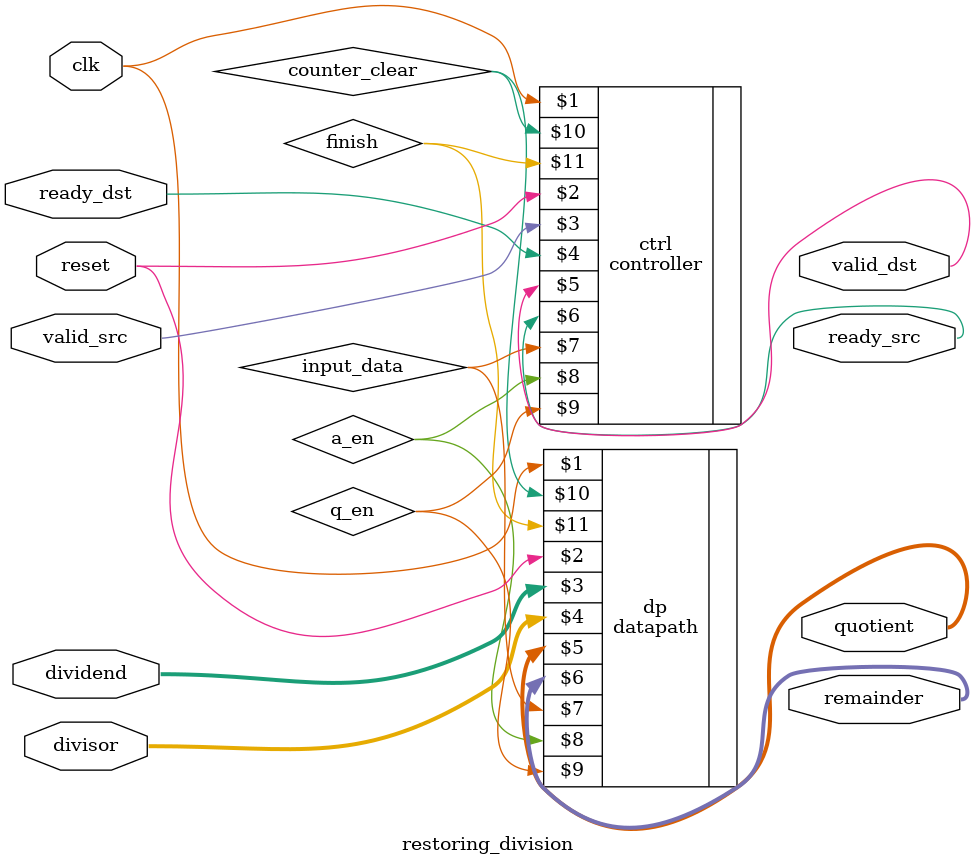
<source format=sv>

/*
    Name: restoring_division.sv
    Date: 8-8-2024
    Author: Muhammad Tayyab
    Description: Divides using restoring division algorithem

    Parameters: NUMBITS     : number of bits (width) of dividend and divisor

    Inputs: clk             : clock signal
            reset           : reset signal (active low)
            dividend        : <NUMBITS> wide dividend
            dividend        : <NUMBITS> wide divisor
            valid_scr       : valid signal from source signaling availability of inputs (dividend, divisor)
            ready_dst       : ready signal from destination signaling that outputs (quotient, remainder) are available
    
    Outputs: quotient       : <NUMBITS> wide quotient of dividend/divisor
             remainder      : <NUMBITS> wide remainder of dividend/divisor
             valid_dst      : valid signal to destination signaling availability of output (quotient, remainder)
             ready_scr      : ready signal to source signaling that inputs (dividend, divisor) has been processed
    
    Supports valid/ready interface.
*/

module restoring_division #(parameter NUMBITS = 32)
(
    input logic clk, reset,
    input logic [(NUMBITS-1):0] dividend, divisor,
    output logic [(NUMBITS-1):0] quotient, remainder,

    input logic valid_src, ready_dst,
    output logic ready_src, valid_dst
);

    logic input_data, a_en, q_en, counter_clear, finish;

    datapath #(NUMBITS) dp (clk, reset, dividend, divisor, quotient, remainder,
                            input_data, a_en, q_en, counter_clear, finish);

    controller ctrl (clk, reset, valid_src, ready_dst, valid_dst, ready_src,
                     input_data, a_en, q_en, counter_clear, finish);

endmodule

</source>
